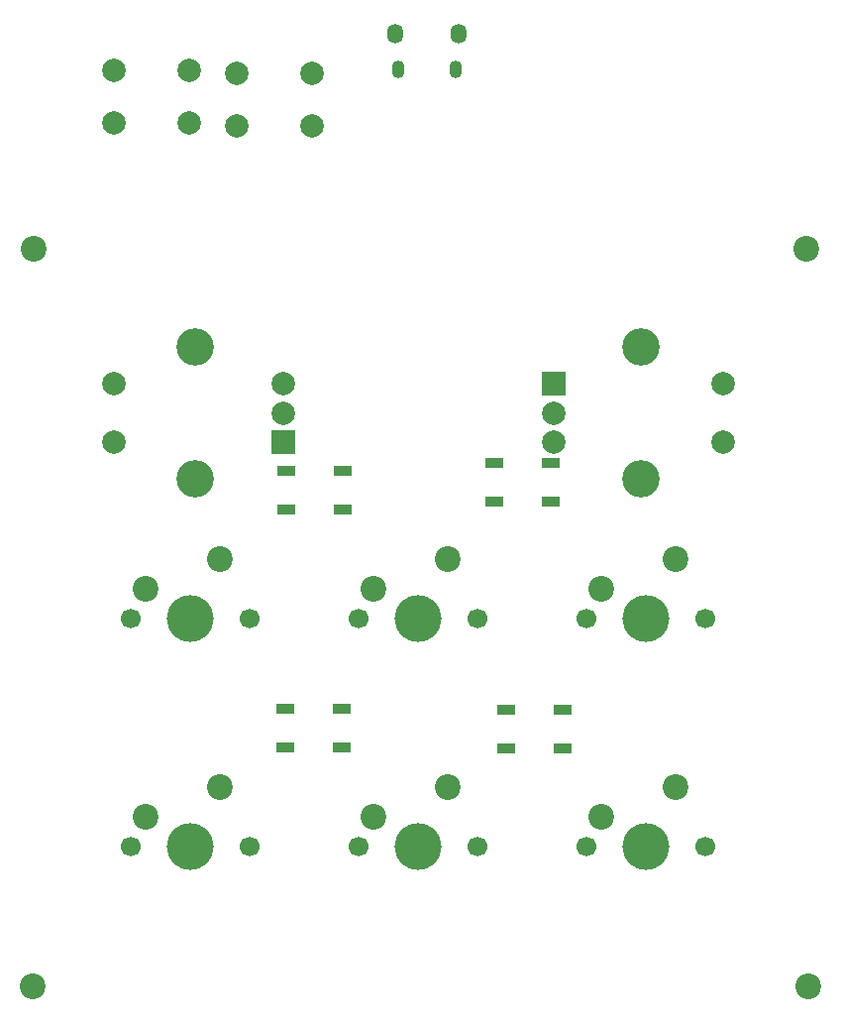
<source format=gbr>
%TF.GenerationSoftware,KiCad,Pcbnew,8.0.5*%
%TF.CreationDate,2025-01-09T16:38:30+01:00*%
%TF.ProjectId,rp2040_pad,72703230-3430-45f7-9061-642e6b696361,rev?*%
%TF.SameCoordinates,Original*%
%TF.FileFunction,Soldermask,Bot*%
%TF.FilePolarity,Negative*%
%FSLAX46Y46*%
G04 Gerber Fmt 4.6, Leading zero omitted, Abs format (unit mm)*
G04 Created by KiCad (PCBNEW 8.0.5) date 2025-01-09 16:38:30*
%MOMM*%
%LPD*%
G01*
G04 APERTURE LIST*
%ADD10C,1.700000*%
%ADD11C,4.000000*%
%ADD12C,2.200000*%
%ADD13R,2.000000X2.000000*%
%ADD14C,2.000000*%
%ADD15C,3.200000*%
%ADD16O,1.350000X1.700000*%
%ADD17O,1.100000X1.500000*%
%ADD18R,1.500000X0.900000*%
G04 APERTURE END LIST*
D10*
%TO.C,SW8*%
X121216000Y-101092000D03*
D11*
X126296000Y-101092000D03*
D10*
X131376000Y-101092000D03*
D12*
X128836000Y-96012000D03*
X122486000Y-98552000D03*
%TD*%
%TO.C,H1*%
X93367767Y-113032233D03*
%TD*%
D13*
%TO.C,SW2*%
X137856000Y-61524000D03*
D14*
X137856000Y-66524000D03*
X137856000Y-64024000D03*
D15*
X145356000Y-58424000D03*
X145356000Y-69624000D03*
D14*
X152356000Y-66524000D03*
X152356000Y-61524000D03*
%TD*%
D16*
%TO.C,J1*%
X129770000Y-31670000D03*
D17*
X129460000Y-34670000D03*
X124620000Y-34670000D03*
D16*
X124310000Y-31670000D03*
%TD*%
D10*
%TO.C,SW4*%
X101716000Y-81592000D03*
D11*
X106796000Y-81592000D03*
D10*
X111876000Y-81592000D03*
D12*
X109336000Y-76512000D03*
X102986000Y-79052000D03*
%TD*%
D10*
%TO.C,SW9*%
X140716000Y-101092000D03*
D11*
X145796000Y-101092000D03*
D10*
X150876000Y-101092000D03*
D12*
X148336000Y-96012000D03*
X141986000Y-98552000D03*
%TD*%
D14*
%TO.C,USB_BOOT1*%
X110750000Y-35000000D03*
X117250000Y-35000000D03*
X110750000Y-39500000D03*
X117250000Y-39500000D03*
%TD*%
D12*
%TO.C,H3*%
X159632233Y-113032233D03*
%TD*%
%TO.C,H4*%
X93400000Y-50000000D03*
%TD*%
%TO.C,H2*%
X159500000Y-50000000D03*
%TD*%
D10*
%TO.C,SW6*%
X140716000Y-81552000D03*
D11*
X145796000Y-81552000D03*
D10*
X150876000Y-81552000D03*
D12*
X148336000Y-76472000D03*
X141986000Y-79012000D03*
%TD*%
D10*
%TO.C,SW7*%
X101716000Y-101092000D03*
D11*
X106796000Y-101092000D03*
D10*
X111876000Y-101092000D03*
D12*
X109336000Y-96012000D03*
X102986000Y-98552000D03*
%TD*%
D10*
%TO.C,SW5*%
X121216000Y-81592000D03*
D11*
X126296000Y-81592000D03*
D10*
X131376000Y-81592000D03*
D12*
X128836000Y-76512000D03*
X122486000Y-79052000D03*
%TD*%
D14*
%TO.C,RES1*%
X100250000Y-34750000D03*
X106750000Y-34750000D03*
X100250000Y-39250000D03*
X106750000Y-39250000D03*
%TD*%
D13*
%TO.C,SW3*%
X114764000Y-66524000D03*
D14*
X114764000Y-61524000D03*
X114764000Y-64024000D03*
D15*
X107264000Y-69624000D03*
X107264000Y-58424000D03*
D14*
X100264000Y-61524000D03*
X100264000Y-66524000D03*
%TD*%
D18*
%TO.C,D9*%
X119888000Y-68962000D03*
X119888000Y-72262000D03*
X114988000Y-72262000D03*
X114988000Y-68962000D03*
%TD*%
%TO.C,D10*%
X137668000Y-68328000D03*
X137668000Y-71628000D03*
X132768000Y-71628000D03*
X132768000Y-68328000D03*
%TD*%
%TO.C,D11*%
X119798000Y-89282000D03*
X119798000Y-92582000D03*
X114898000Y-92582000D03*
X114898000Y-89282000D03*
%TD*%
%TO.C,D12*%
X138684000Y-89408000D03*
X138684000Y-92708000D03*
X133784000Y-92708000D03*
X133784000Y-89408000D03*
%TD*%
M02*

</source>
